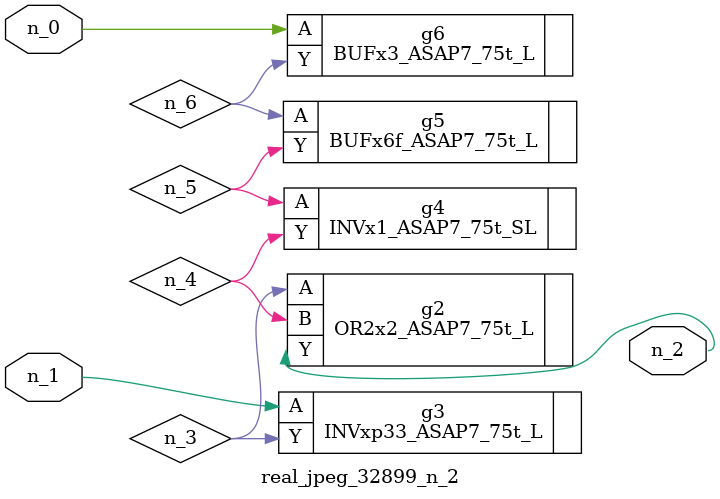
<source format=v>
module real_jpeg_32899_n_2 (n_1, n_0, n_2);

input n_1;
input n_0;

output n_2;

wire n_5;
wire n_4;
wire n_6;
wire n_3;

BUFx3_ASAP7_75t_L g6 ( 
.A(n_0),
.Y(n_6)
);

INVxp33_ASAP7_75t_L g3 ( 
.A(n_1),
.Y(n_3)
);

OR2x2_ASAP7_75t_L g2 ( 
.A(n_3),
.B(n_4),
.Y(n_2)
);

INVx1_ASAP7_75t_SL g4 ( 
.A(n_5),
.Y(n_4)
);

BUFx6f_ASAP7_75t_L g5 ( 
.A(n_6),
.Y(n_5)
);


endmodule
</source>
